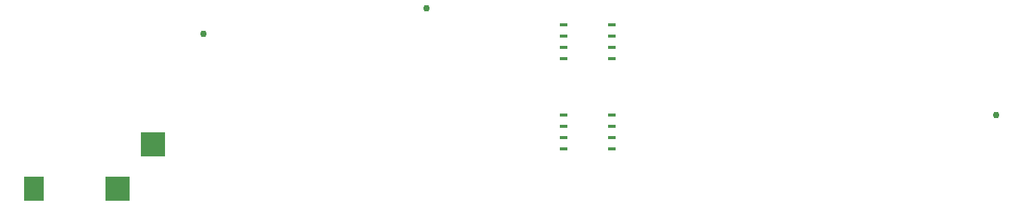
<source format=gtp>
G04 Layer_Color=8421504*
%FSLAX25Y25*%
%MOIN*%
G70*
G01*
G75*
%ADD10C,0.03000*%
%ADD11R,0.03543X0.01772*%
%ADD12R,0.11024X0.11024*%
%ADD13R,0.08661X0.11000*%
D10*
X545000Y375000D02*
D03*
X293000Y422500D02*
D03*
X194500Y411000D02*
D03*
D11*
X353740Y415000D02*
D03*
Y410000D02*
D03*
Y405000D02*
D03*
Y400000D02*
D03*
X375000Y405000D02*
D03*
Y415000D02*
D03*
Y410000D02*
D03*
Y400000D02*
D03*
X353740Y375000D02*
D03*
Y370000D02*
D03*
Y365000D02*
D03*
Y360000D02*
D03*
X375000Y365000D02*
D03*
Y375000D02*
D03*
Y370000D02*
D03*
Y360000D02*
D03*
D12*
X172000Y362000D02*
D03*
X156500Y342500D02*
D03*
D13*
X119500D02*
D03*
M02*

</source>
